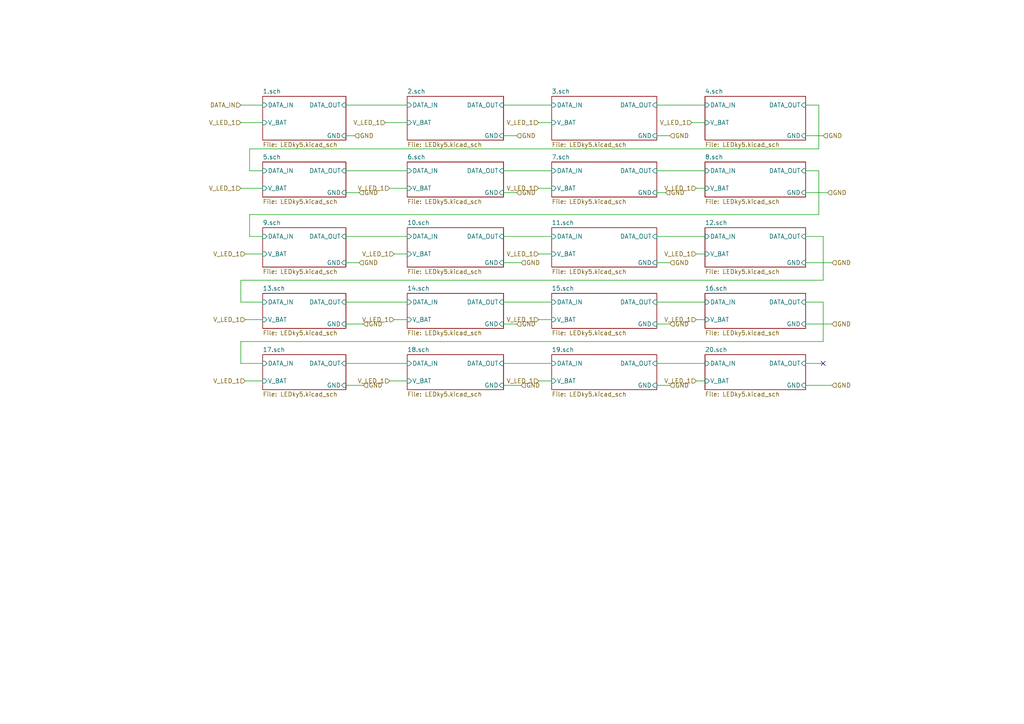
<source format=kicad_sch>
(kicad_sch (version 20211123) (generator eeschema)
  (paper "A4")
  (lib_symbols)
  (no_connect (at 238.76 105.41))
  (wire (pts (xy 233.68 111.76) (xy 241.3 111.76)))
  (wire (pts (xy 118.11 105.41) (xy 100.33 105.41)))
  (wire (pts (xy 72.39 62.23) (xy 72.39 68.58)))
  (wire (pts (xy 156.21 35.56) (xy 160.02 35.56)))
  (wire (pts (xy 238.76 68.58) (xy 238.76 81.28)))
  (wire (pts (xy 69.85 35.56) (xy 76.2 35.56)))
  (wire (pts (xy 72.39 68.58) (xy 76.2 68.58)))
  (wire (pts (xy 238.76 81.28) (xy 69.85 81.28)))
  (wire (pts (xy 204.47 87.63) (xy 190.5 87.63)))
  (wire (pts (xy 69.85 30.48) (xy 76.2 30.48)))
  (wire (pts (xy 160.02 30.48) (xy 146.05 30.48)))
  (wire (pts (xy 240.03 55.88) (xy 233.68 55.88)))
  (wire (pts (xy 149.86 55.88) (xy 146.05 55.88)))
  (wire (pts (xy 69.85 99.06) (xy 69.85 105.41)))
  (wire (pts (xy 118.11 92.71) (xy 114.3 92.71)))
  (wire (pts (xy 241.3 93.98) (xy 233.68 93.98)))
  (wire (pts (xy 118.11 68.58) (xy 100.33 68.58)))
  (wire (pts (xy 233.68 39.37) (xy 238.76 39.37)))
  (wire (pts (xy 69.85 54.61) (xy 76.2 54.61)))
  (wire (pts (xy 204.47 68.58) (xy 190.5 68.58)))
  (wire (pts (xy 160.02 73.66) (xy 156.21 73.66)))
  (wire (pts (xy 71.12 92.71) (xy 76.2 92.71)))
  (wire (pts (xy 149.86 93.98) (xy 146.05 93.98)))
  (wire (pts (xy 100.33 30.48) (xy 118.11 30.48)))
  (wire (pts (xy 237.49 62.23) (xy 72.39 62.23)))
  (wire (pts (xy 204.47 30.48) (xy 190.5 30.48)))
  (wire (pts (xy 111.76 35.56) (xy 118.11 35.56)))
  (wire (pts (xy 190.5 76.2) (xy 194.31 76.2)))
  (wire (pts (xy 238.76 99.06) (xy 69.85 99.06)))
  (wire (pts (xy 100.33 76.2) (xy 104.14 76.2)))
  (wire (pts (xy 100.33 49.53) (xy 118.11 49.53)))
  (wire (pts (xy 69.85 87.63) (xy 76.2 87.63)))
  (wire (pts (xy 190.5 39.37) (xy 194.31 39.37)))
  (wire (pts (xy 193.04 55.88) (xy 190.5 55.88)))
  (wire (pts (xy 100.33 87.63) (xy 118.11 87.63)))
  (wire (pts (xy 102.87 39.37) (xy 100.33 39.37)))
  (wire (pts (xy 146.05 87.63) (xy 160.02 87.63)))
  (wire (pts (xy 190.5 49.53) (xy 204.47 49.53)))
  (wire (pts (xy 160.02 92.71) (xy 156.21 92.71)))
  (wire (pts (xy 105.41 93.98) (xy 100.33 93.98)))
  (wire (pts (xy 69.85 81.28) (xy 69.85 87.63)))
  (wire (pts (xy 113.03 54.61) (xy 118.11 54.61)))
  (wire (pts (xy 160.02 68.58) (xy 146.05 68.58)))
  (wire (pts (xy 200.66 35.56) (xy 204.47 35.56)))
  (wire (pts (xy 233.68 49.53) (xy 237.49 49.53)))
  (wire (pts (xy 69.85 105.41) (xy 76.2 105.41)))
  (wire (pts (xy 204.47 110.49) (xy 201.93 110.49)))
  (wire (pts (xy 146.05 76.2) (xy 151.13 76.2)))
  (wire (pts (xy 237.49 43.18) (xy 72.39 43.18)))
  (wire (pts (xy 104.14 55.88) (xy 100.33 55.88)))
  (wire (pts (xy 118.11 73.66) (xy 114.3 73.66)))
  (wire (pts (xy 156.21 54.61) (xy 160.02 54.61)))
  (wire (pts (xy 237.49 49.53) (xy 237.49 62.23)))
  (wire (pts (xy 71.12 73.66) (xy 76.2 73.66)))
  (wire (pts (xy 233.68 30.48) (xy 237.49 30.48)))
  (wire (pts (xy 72.39 43.18) (xy 72.39 49.53)))
  (wire (pts (xy 146.05 111.76) (xy 151.13 111.76)))
  (wire (pts (xy 190.5 111.76) (xy 194.31 111.76)))
  (wire (pts (xy 76.2 110.49) (xy 71.12 110.49)))
  (wire (pts (xy 204.47 105.41) (xy 190.5 105.41)))
  (wire (pts (xy 237.49 30.48) (xy 237.49 43.18)))
  (wire (pts (xy 146.05 49.53) (xy 160.02 49.53)))
  (wire (pts (xy 233.68 105.41) (xy 238.76 105.41)))
  (wire (pts (xy 194.31 93.98) (xy 190.5 93.98)))
  (wire (pts (xy 201.93 54.61) (xy 204.47 54.61)))
  (wire (pts (xy 201.93 92.71) (xy 204.47 92.71)))
  (wire (pts (xy 160.02 105.41) (xy 146.05 105.41)))
  (wire (pts (xy 204.47 73.66) (xy 201.93 73.66)))
  (wire (pts (xy 105.41 111.76) (xy 100.33 111.76)))
  (wire (pts (xy 118.11 110.49) (xy 113.03 110.49)))
  (wire (pts (xy 233.68 68.58) (xy 238.76 68.58)))
  (wire (pts (xy 238.76 87.63) (xy 238.76 99.06)))
  (wire (pts (xy 72.39 49.53) (xy 76.2 49.53)))
  (wire (pts (xy 233.68 76.2) (xy 241.3 76.2)))
  (wire (pts (xy 146.05 39.37) (xy 149.86 39.37)))
  (wire (pts (xy 233.68 87.63) (xy 238.76 87.63)))
  (wire (pts (xy 160.02 110.49) (xy 156.21 110.49)))
  (hierarchical_label "V_LED_1" (shape input) (at 156.21 73.66 180))
  (hierarchical_label "GND" (shape input) (at 104.14 55.88 0))
  (hierarchical_label "GND" (shape input) (at 194.31 93.98 0))
  (hierarchical_label "GND" (shape input) (at 194.31 76.2 0))
  (hierarchical_label "GND" (shape input) (at 149.86 93.98 0))
  (hierarchical_label "V_LED_1" (shape input) (at 201.93 92.71 180))
  (hierarchical_label "V_LED_1" (shape input) (at 200.66 35.56 180))
  (hierarchical_label "V_LED_1" (shape input) (at 114.3 73.66 180))
  (hierarchical_label "GND" (shape input) (at 241.3 76.2 0))
  (hierarchical_label "GND" (shape input) (at 194.31 111.76 0))
  (hierarchical_label "GND" (shape input) (at 151.13 76.2 0))
  (hierarchical_label "V_LED_1" (shape input) (at 113.03 54.61 180))
  (hierarchical_label "V_LED_1" (shape input) (at 156.21 54.61 180))
  (hierarchical_label "GND" (shape input) (at 240.03 55.88 0))
  (hierarchical_label "GND" (shape input) (at 238.76 39.37 0))
  (hierarchical_label "GND" (shape input) (at 241.3 111.76 0))
  (hierarchical_label "GND" (shape input) (at 193.04 55.88 0))
  (hierarchical_label "GND" (shape input) (at 105.41 111.76 0))
  (hierarchical_label "V_LED_1" (shape input) (at 71.12 110.49 180))
  (hierarchical_label "V_LED_1" (shape input) (at 201.93 54.61 180))
  (hierarchical_label "V_LED_1" (shape input) (at 114.3 92.71 180))
  (hierarchical_label "V_LED_1" (shape input) (at 113.03 110.49 180))
  (hierarchical_label "V_LED_1" (shape input) (at 156.21 35.56 180))
  (hierarchical_label "V_LED_1" (shape input) (at 201.93 73.66 180))
  (hierarchical_label "V_LED_1" (shape input) (at 69.85 35.56 180))
  (hierarchical_label "V_LED_1" (shape input) (at 69.85 54.61 180))
  (hierarchical_label "GND" (shape input) (at 241.3 93.98 0))
  (hierarchical_label "GND" (shape input) (at 151.13 111.76 0))
  (hierarchical_label "GND" (shape input) (at 105.41 93.98 0))
  (hierarchical_label "GND" (shape input) (at 149.86 55.88 0))
  (hierarchical_label "V_LED_1" (shape input) (at 111.76 35.56 180))
  (hierarchical_label "V_LED_1" (shape input) (at 156.21 110.49 180))
  (hierarchical_label "GND" (shape input) (at 149.86 39.37 0))
  (hierarchical_label "V_LED_1" (shape input) (at 156.21 92.71 180))
  (hierarchical_label "GND" (shape input) (at 104.14 76.2 0))
  (hierarchical_label "V_LED_1" (shape input) (at 71.12 92.71 180))
  (hierarchical_label "DATA_IN" (shape input) (at 69.85 30.48 180))
  (hierarchical_label "V_LED_1" (shape input) (at 71.12 73.66 180))
  (hierarchical_label "V_LED_1" (shape input) (at 201.93 110.49 180))
  (hierarchical_label "GND" (shape input) (at 102.87 39.37 0))
  (hierarchical_label "GND" (shape input) (at 194.31 39.37 0))
  (sheet (at 76.2 27.94) (size 24.13 12.7)
    (property "Sheet name" "1.sch" (at 76.2 27.2284 0) (effects (justify left bottom)))
    (property "Sheet file" "LEDky5.kicad_sch" (at 76.2 41.2246 0) (effects (justify left top)))
    (pin "DATA_IN" input (at 76.2 30.48 180))
    (pin "DATA_OUT" input (at 100.33 30.48 0))
    (pin "V_BAT" input (at 76.2 35.56 180))
    (pin "GND" input (at 100.33 39.37 0))
  )
  (sheet (at 118.11 27.94) (size 27.94 12.7)
    (property "Sheet name" "2.sch" (at 118.11 27.2284 0) (effects (justify left bottom)))
    (property "Sheet file" "LEDky5.kicad_sch" (at 118.11 41.2246 0) (effects (justify left top)))
    (pin "DATA_IN" input (at 118.11 30.48 180))
    (pin "V_BAT" input (at 118.11 35.56 180))
    (pin "DATA_OUT" input (at 146.05 30.48 0))
    (pin "GND" input (at 146.05 39.37 0))
  )
  (sheet (at 160.02 27.94) (size 30.48 12.7)
    (property "Sheet name" "3.sch" (at 160.02 27.2284 0) (effects (justify left bottom)))
    (property "Sheet file" "LEDky5.kicad_sch" (at 160.02 41.2246 0) (effects (justify left top)))
    (pin "DATA_IN" input (at 160.02 30.48 180))
    (pin "V_BAT" input (at 160.02 35.56 180))
    (pin "DATA_OUT" input (at 190.5 30.48 0))
    (pin "GND" input (at 190.5 39.37 0))
  )
  (sheet (at 204.47 27.94) (size 29.21 12.7)
    (property "Sheet name" "4.sch" (at 204.47 27.2284 0) (effects (justify left bottom)))
    (property "Sheet file" "LEDky5.kicad_sch" (at 204.47 41.2246 0) (effects (justify left top)))
    (pin "DATA_IN" input (at 204.47 30.48 180))
    (pin "V_BAT" input (at 204.47 35.56 180))
    (pin "DATA_OUT" input (at 233.68 30.48 0))
    (pin "GND" input (at 233.68 39.37 0))
  )
  (sheet (at 76.2 46.99) (size 24.13 10.16)
    (property "Sheet name" "5.sch" (at 76.2 46.2784 0) (effects (justify left bottom)))
    (property "Sheet file" "LEDky5.kicad_sch" (at 76.2 57.7346 0) (effects (justify left top)))
    (pin "DATA_IN" input (at 76.2 49.53 180))
    (pin "V_BAT" input (at 76.2 54.61 180))
    (pin "DATA_OUT" input (at 100.33 49.53 0))
    (pin "GND" input (at 100.33 55.88 0))
  )
  (sheet (at 118.11 46.99) (size 27.94 10.16)
    (property "Sheet name" "6.sch" (at 118.11 46.2784 0) (effects (justify left bottom)))
    (property "Sheet file" "LEDky5.kicad_sch" (at 118.11 57.7346 0) (effects (justify left top)))
    (pin "DATA_IN" input (at 118.11 49.53 180))
    (pin "V_BAT" input (at 118.11 54.61 180))
    (pin "DATA_OUT" input (at 146.05 49.53 0))
    (pin "GND" input (at 146.05 55.88 0))
  )
  (sheet (at 160.02 46.99) (size 30.48 10.16)
    (property "Sheet name" "7.sch" (at 160.02 46.2784 0) (effects (justify left bottom)))
    (property "Sheet file" "LEDky5.kicad_sch" (at 160.02 57.7346 0) (effects (justify left top)))
    (pin "DATA_IN" input (at 160.02 49.53 180))
    (pin "V_BAT" input (at 160.02 54.61 180))
    (pin "DATA_OUT" input (at 190.5 49.53 0))
    (pin "GND" input (at 190.5 55.88 0))
  )
  (sheet (at 204.47 46.99) (size 29.21 10.16)
    (property "Sheet name" "8.sch" (at 204.47 46.2784 0) (effects (justify left bottom)))
    (property "Sheet file" "LEDky5.kicad_sch" (at 204.47 57.7346 0) (effects (justify left top)))
    (pin "DATA_IN" input (at 204.47 49.53 180))
    (pin "V_BAT" input (at 204.47 54.61 180))
    (pin "DATA_OUT" input (at 233.68 49.53 0))
    (pin "GND" input (at 233.68 55.88 0))
  )
  (sheet (at 76.2 66.04) (size 24.13 11.43)
    (property "Sheet name" "9.sch" (at 76.2 65.3284 0) (effects (justify left bottom)))
    (property "Sheet file" "LEDky5.kicad_sch" (at 76.2 78.0546 0) (effects (justify left top)))
    (pin "DATA_IN" input (at 76.2 68.58 180))
    (pin "V_BAT" input (at 76.2 73.66 180))
    (pin "DATA_OUT" input (at 100.33 68.58 0))
    (pin "GND" input (at 100.33 76.2 0))
  )
  (sheet (at 118.11 66.04) (size 27.94 11.43)
    (property "Sheet name" "10.sch" (at 118.11 65.3284 0) (effects (justify left bottom)))
    (property "Sheet file" "LEDky5.kicad_sch" (at 118.11 78.0546 0) (effects (justify left top)))
    (pin "DATA_IN" input (at 118.11 68.58 180))
    (pin "V_BAT" input (at 118.11 73.66 180))
    (pin "DATA_OUT" input (at 146.05 68.58 0))
    (pin "GND" input (at 146.05 76.2 0))
  )
  (sheet (at 160.02 66.04) (size 30.48 11.43)
    (property "Sheet name" "11.sch" (at 160.02 65.3284 0) (effects (justify left bottom)))
    (property "Sheet file" "LEDky5.kicad_sch" (at 160.02 78.0546 0) (effects (justify left top)))
    (pin "DATA_IN" input (at 160.02 68.58 180))
    (pin "V_BAT" input (at 160.02 73.66 180))
    (pin "DATA_OUT" input (at 190.5 68.58 0))
    (pin "GND" input (at 190.5 76.2 0))
  )
  (sheet (at 204.47 66.04) (size 29.21 11.43)
    (property "Sheet name" "12.sch" (at 204.47 65.3284 0) (effects (justify left bottom)))
    (property "Sheet file" "LEDky5.kicad_sch" (at 204.47 78.0546 0) (effects (justify left top)))
    (pin "DATA_IN" input (at 204.47 68.58 180))
    (pin "V_BAT" input (at 204.47 73.66 180))
    (pin "DATA_OUT" input (at 233.68 68.58 0))
    (pin "GND" input (at 233.68 76.2 0))
  )
  (sheet (at 76.2 85.09) (size 24.13 10.16)
    (property "Sheet name" "13.sch" (at 76.2 84.3784 0) (effects (justify left bottom)))
    (property "Sheet file" "LEDky5.kicad_sch" (at 76.2 95.8346 0) (effects (justify left top)))
    (pin "DATA_IN" input (at 76.2 87.63 180))
    (pin "V_BAT" input (at 76.2 92.71 180))
    (pin "DATA_OUT" input (at 100.33 87.63 0))
    (pin "GND" input (at 100.33 93.98 0))
  )
  (sheet (at 118.11 85.09) (size 27.94 10.16)
    (property "Sheet name" "14.sch" (at 118.11 84.3784 0) (effects (justify left bottom)))
    (property "Sheet file" "LEDky5.kicad_sch" (at 118.11 95.8346 0) (effects (justify left top)))
    (pin "DATA_IN" input (at 118.11 87.63 180))
    (pin "V_BAT" input (at 118.11 92.71 180))
    (pin "DATA_OUT" input (at 146.05 87.63 0))
    (pin "GND" input (at 146.05 93.98 0))
  )
  (sheet (at 160.02 85.09) (size 30.48 10.16)
    (property "Sheet name" "15.sch" (at 160.02 84.3784 0) (effects (justify left bottom)))
    (property "Sheet file" "LEDky5.kicad_sch" (at 160.02 95.8346 0) (effects (justify left top)))
    (pin "DATA_IN" input (at 160.02 87.63 180))
    (pin "V_BAT" input (at 160.02 92.71 180))
    (pin "DATA_OUT" input (at 190.5 87.63 0))
    (pin "GND" input (at 190.5 93.98 0))
  )
  (sheet (at 204.47 85.09) (size 29.21 10.16)
    (property "Sheet name" "16.sch" (at 204.47 84.3784 0) (effects (justify left bottom)))
    (property "Sheet file" "LEDky5.kicad_sch" (at 204.47 95.8346 0) (effects (justify left top)))
    (pin "DATA_IN" input (at 204.47 87.63 180))
    (pin "V_BAT" input (at 204.47 92.71 180))
    (pin "DATA_OUT" input (at 233.68 87.63 0))
    (pin "GND" input (at 233.68 93.98 0))
  )
  (sheet (at 76.2 102.87) (size 24.13 10.16)
    (property "Sheet name" "17.sch" (at 76.2 102.1584 0) (effects (justify left bottom)))
    (property "Sheet file" "LEDky5.kicad_sch" (at 76.2 113.6146 0) (effects (justify left top)))
    (pin "DATA_IN" input (at 76.2 105.41 180))
    (pin "V_BAT" input (at 76.2 110.49 180))
    (pin "DATA_OUT" input (at 100.33 105.41 0))
    (pin "GND" input (at 100.33 111.76 0))
  )
  (sheet (at 118.11 102.87) (size 27.94 10.16)
    (property "Sheet name" "18.sch" (at 118.11 102.1584 0) (effects (justify left bottom)))
    (property "Sheet file" "LEDky5.kicad_sch" (at 118.11 113.6146 0) (effects (justify left top)))
    (pin "DATA_IN" input (at 118.11 105.41 180))
    (pin "V_BAT" input (at 118.11 110.49 180))
    (pin "DATA_OUT" input (at 146.05 105.41 0))
    (pin "GND" input (at 146.05 111.76 0))
  )
  (sheet (at 160.02 102.87) (size 30.48 10.16)
    (property "Sheet name" "19.sch" (at 160.02 102.1584 0) (effects (justify left bottom)))
    (property "Sheet file" "LEDky5.kicad_sch" (at 160.02 113.6146 0) (effects (justify left top)))
    (pin "DATA_IN" input (at 160.02 105.41 180))
    (pin "V_BAT" input (at 160.02 110.49 180))
    (pin "DATA_OUT" input (at 190.5 105.41 0))
    (pin "GND" input (at 190.5 111.76 0))
  )
  (sheet (at 204.47 102.87) (size 29.21 10.16)
    (property "Sheet name" "20.sch" (at 204.47 102.1584 0) (effects (justify left bottom)))
    (property "Sheet file" "LEDky5.kicad_sch" (at 204.47 113.6146 0) (effects (justify left top)))
    (pin "DATA_IN" input (at 204.47 105.41 180))
    (pin "V_BAT" input (at 204.47 110.49 180))
    (pin "DATA_OUT" input (at 233.68 105.41 0))
    (pin "GND" input (at 233.68 111.76 0))
  )
)
</source>
